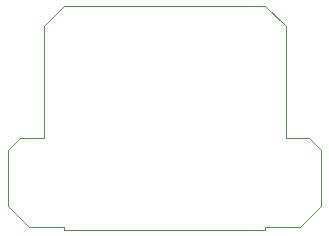
<source format=gbr>
%TF.GenerationSoftware,KiCad,Pcbnew,8.0.3*%
%TF.CreationDate,2024-06-28T12:15:49-07:00*%
%TF.ProjectId,360LPNeckPCB,3336304c-504e-4656-936b-5043422e6b69,rev?*%
%TF.SameCoordinates,Original*%
%TF.FileFunction,Profile,NP*%
%FSLAX46Y46*%
G04 Gerber Fmt 4.6, Leading zero omitted, Abs format (unit mm)*
G04 Created by KiCad (PCBNEW 8.0.3) date 2024-06-28 12:15:49*
%MOMM*%
%LPD*%
G01*
G04 APERTURE LIST*
%TA.AperFunction,Profile*%
%ADD10C,0.050000*%
%TD*%
G04 APERTURE END LIST*
D10*
X14300000Y-31200000D02*
X17300000Y-31200000D01*
X38050000Y-23700000D02*
X36050000Y-23700000D01*
X39050000Y-29450000D02*
X39050000Y-24700000D01*
X34300000Y-12500000D02*
X17300000Y-12500000D01*
X17300000Y-31500000D02*
X34300000Y-31500000D01*
X15550000Y-14250000D02*
X15550000Y-23700000D01*
X36050000Y-14250000D02*
X34300000Y-12500000D01*
X17300000Y-12500000D02*
X15550000Y-14250000D01*
X15550000Y-23700000D02*
X13550000Y-23700000D01*
X36050000Y-23700000D02*
X36050000Y-14250000D01*
X17300000Y-31200000D02*
X17300000Y-31500000D01*
X12550000Y-24700000D02*
X12550000Y-29450000D01*
X37300000Y-31200000D02*
X39050000Y-29450000D01*
X34300000Y-31500000D02*
X34300000Y-31200000D01*
X39050000Y-24700000D02*
X38050000Y-23700000D01*
X12550000Y-29450000D02*
X14300000Y-31200000D01*
X34300000Y-31200000D02*
X37300000Y-31200000D01*
X13550000Y-23700000D02*
X12550000Y-24700000D01*
M02*

</source>
